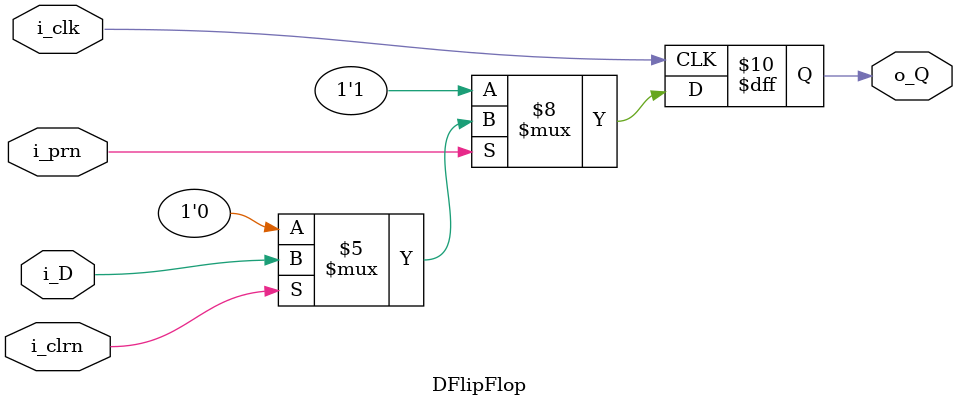
<source format=v>

module DFlipFlop 
  (
    i_D,
    i_clk,
	i_prn,
	i_clrn,
	o_Q
	);

  input  i_D;    // Data input 
  
  input  i_clk;  // clock input 
  
  input  i_prn;  // preset forces Q = 1 when it is asserted low
  
  input  i_clrn; // clear foces Q = 0 when asserted low
  
  output reg o_Q;    // output Q 
always @(posedge i_clk) begin
  if (!i_prn)
    o_Q <= 1'b1;  
  else if (!i_clrn)
    o_Q <= 1'b0;
  else 
    o_Q <= i_D; 
end 
endmodule 
	
   
    	
</source>
